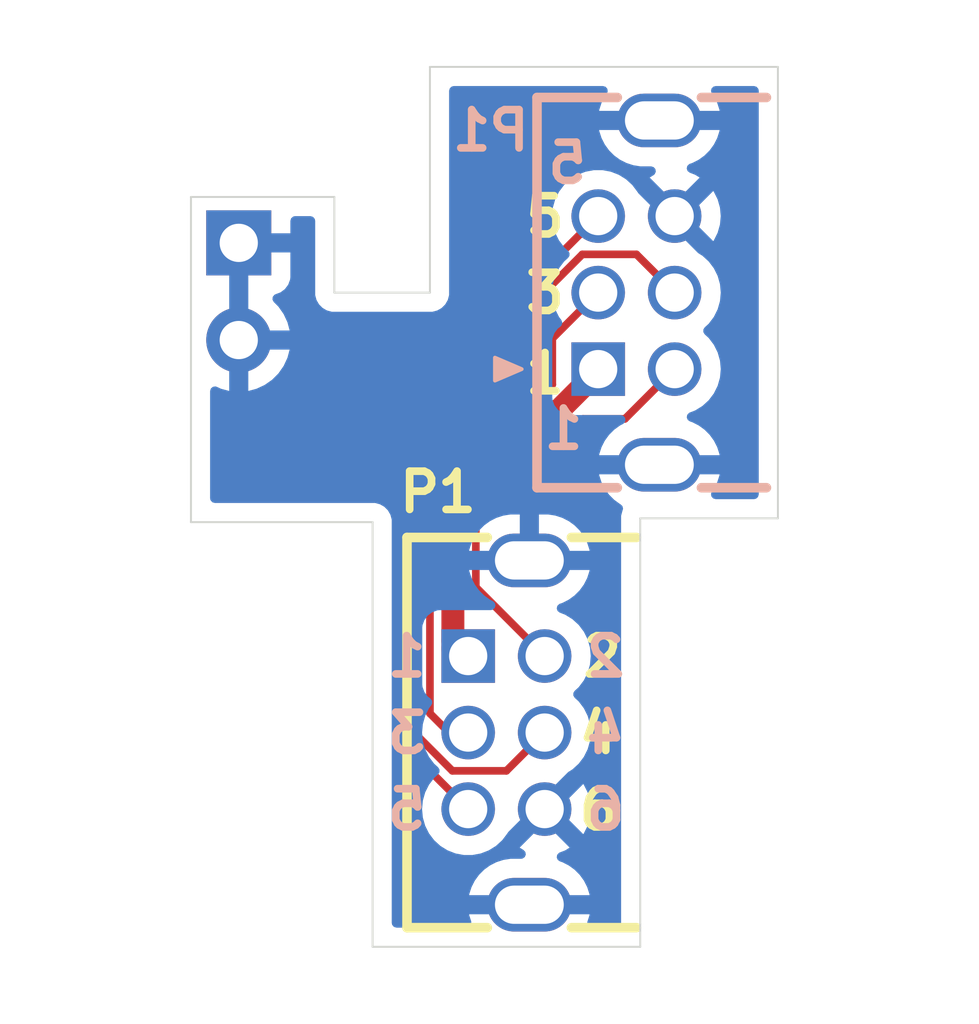
<source format=kicad_pcb>
(kicad_pcb (version 20240108) (generator "pcbnew") (generator_version "8.0")
  (layers (0 "F.Cu" signal) (31 "B.Cu" signal) (34 "B.Paste" user) (35 "F.Paste" user) (36 "B.SilkS" user "B.Silkscreen") (37 "F.SilkS" user "F.Silkscreen") (38 "B.Mask" user) (39 "F.Mask" user) (44 "Edge.Cuts" user))
  (net 0 "")
  (net 1 "Net-(P1A-SD)")
  (net 2 "Net-(P1A-IN)")
  (net 3 "Net-(P1A-+5V)")
  (net 4 "Net-(P1A-CLK)")
  (net 5 "Net-(P1A-OUT)")
  (net 6 "Net-(J1-Pin_1)")
  (footprint "Connector_PinHeader_2.54mm:PinHeader_1x02_P2.54mm_Vertical" (layer "F.Cu") (at 121 49.7)
    (property "Reference" "J1" (hide yes))
    (property "Value" "Conn_01x02_Pin")
    (pad "1" thru_hole rect (at 0 0) (size 1.7 1.7) (drill 1) (layers "*.Cu" "*.Mask") (net 6 "Net-(J1-Pin_1)"))
    (pad "2" thru_hole oval (at 0 2.54) (size 1.7 1.7) (drill 1) (layers "*.Cu" "*.Mask") (net 6 "Net-(J1-Pin_1)"))
  )
  (footprint "Gekkio_Connector:GameBoy_LinkPort_MGB_Horizontal" (layer "F.Cu") (at 127 60.5)
    (property "Reference" "P2" (hide yes))
    (property "Value" "LINKPORTCGB-LINK")
    (fp_line (start -1.6 -3.1) (end -1.6 7.1) (stroke (width 0.25)) (layer "F.SilkS"))
    (fp_line (start -1.6 7.1) (end 0.5 7.1) (stroke (width 0.25)) (layer "F.SilkS"))
    (fp_line (start 0.5 -3.1) (end -1.6 -3.1) (stroke (width 0.25)) (layer "F.SilkS"))
    (fp_line (start 2.7 7.1) (end 4.4 7.1) (stroke (width 0.25)) (layer "F.SilkS"))
    (fp_line (start 4.4 -3.1) (end 2.7 -3.1) (stroke (width 0.25)) (layer "F.SilkS"))
    (pad "1" thru_hole rect (at 0 0) (size 1.4 1.4) (drill 1) (layers "*.Cu" "*.Mask") (net 3 "Net-(P1A-+5V)"))
    (pad "2" thru_hole circle (at 2 0) (size 1.4 1.4) (drill 1) (layers "*.Cu" "*.Mask") (net 5 "Net-(P1A-OUT)"))
    (pad "3" thru_hole circle (at 0 2) (size 1.4 1.4) (drill 1) (layers "*.Cu" "*.Mask") (net 2 "Net-(P1A-IN)"))
    (pad "4" thru_hole circle (at 2 2) (size 1.4 1.4) (drill 1) (layers "*.Cu" "*.Mask") (net 1 "Net-(P1A-SD)"))
    (pad "5" thru_hole circle (at 0 4) (size 1.4 1.4) (drill 1) (layers "*.Cu" "*.Mask") (net 4 "Net-(P1A-CLK)"))
    (pad "6" thru_hole circle (at 2 4) (size 1.4 1.4) (drill 1) (layers "*.Cu" "*.Mask") (net 6 "Net-(J1-Pin_1)"))
    (pad "SH" thru_hole oval (at 1.6 -2.5 90) (size 1.4 2.2) (drill oval 1 1.8) (layers "*.Cu" "*.Mask") (net 6 "Net-(J1-Pin_1)"))
    (pad "SH" thru_hole oval (at 1.6 6.5 90) (size 1.4 2.2) (drill oval 1 1.8) (layers "*.Cu" "*.Mask") (net 6 "Net-(J1-Pin_1)"))
  )
  (footprint "Gekkio_Connector:GameBoy_LinkPort_MGB_Horizontal" (layer "B.Cu") (at 130.4 53)
    (property "Reference" "P1" (hide yes))
    (property "Value" "LINKPORTCGB-LINK")
    (fp_line (start -1.6 -7.1) (end -1.6 3.1) (stroke (width 0.25)) (layer "B.SilkS"))
    (fp_line (start -1.6 3.1) (end 0.5 3.1) (stroke (width 0.25)) (layer "B.SilkS"))
    (fp_line (start 0.5 -7.1) (end -1.6 -7.1) (stroke (width 0.25)) (layer "B.SilkS"))
    (fp_line (start 2.7 3.1) (end 4.4 3.1) (stroke (width 0.25)) (layer "B.SilkS"))
    (fp_line (start 4.4 -7.1) (end 2.7 -7.1) (stroke (width 0.25)) (layer "B.SilkS"))
    (pad "1" thru_hole rect (at 0 0) (size 1.4 1.4) (drill 1) (layers "*.Cu" "*.Mask") (net 3 "Net-(P1A-+5V)"))
    (pad "2" thru_hole circle (at 2 0) (size 1.4 1.4) (drill 1) (layers "*.Cu" "*.Mask") (net 5 "Net-(P1A-OUT)"))
    (pad "3" thru_hole circle (at 0 -2) (size 1.4 1.4) (drill 1) (layers "*.Cu" "*.Mask") (net 2 "Net-(P1A-IN)"))
    (pad "4" thru_hole circle (at 2 -2) (size 1.4 1.4) (drill 1) (layers "*.Cu" "*.Mask") (net 1 "Net-(P1A-SD)"))
    (pad "5" thru_hole circle (at 0 -4) (size 1.4 1.4) (drill 1) (layers "*.Cu" "*.Mask") (net 4 "Net-(P1A-CLK)"))
    (pad "6" thru_hole circle (at 2 -4) (size 1.4 1.4) (drill 1) (layers "*.Cu" "*.Mask") (net 6 "Net-(J1-Pin_1)"))
    (pad "SH" thru_hole oval (at 1.6 -6.5 270) (size 1.4 2.2) (drill oval 1 1.8) (layers "*.Cu" "*.Mask") (net 6 "Net-(J1-Pin_1)"))
    (pad "SH" thru_hole oval (at 1.6 2.5 270) (size 1.4 2.2) (drill oval 1 1.8) (layers "*.Cu" "*.Mask") (net 6 "Net-(J1-Pin_1)"))
  )
  (gr_poly (pts (xy 127.7 53.3) (xy 128.4 53) (xy 127.7 52.7)) (stroke (width 0.1)) (fill solid) (layer "B.SilkS"))
  (gr_line (start 123.5 51) (end 123.5 48.5) (stroke (width 0.05)) (layer "Edge.Cuts"))
  (gr_line (start 126 51) (end 123.5 51) (stroke (width 0.05)) (layer "Edge.Cuts"))
  (gr_line (start 124.5 57) (end 124.5 68.1) (stroke (width 0.05)) (layer "Edge.Cuts"))
  (gr_line (start 119.75 57) (end 119.75 48.5) (stroke (width 0.05)) (layer "Edge.Cuts"))
  (gr_line (start 126 51) (end 126 45.1) (stroke (width 0.05)) (layer "Edge.Cuts"))
  (gr_line (start 131.5 56.9) (end 135.1 56.9) (stroke (width 0.05)) (layer "Edge.Cuts"))
  (gr_line (start 124.5 68.1) (end 131.5 68.1) (stroke (width 0.05)) (layer "Edge.Cuts"))
  (gr_line (start 124.5 57) (end 119.75 57) (stroke (width 0.05)) (layer "Edge.Cuts"))
  (gr_line (start 135.1 56.9) (end 135.1 45.1) (stroke (width 0.05)) (layer "Edge.Cuts"))
  (gr_line (start 119.75 48.5) (end 123.5 48.5) (stroke (width 0.05)) (layer "Edge.Cuts"))
  (gr_line (start 135.1 45.1) (end 126 45.1) (stroke (width 0.05)) (layer "Edge.Cuts"))
  (gr_line (start 131.5 68.1) (end 131.5 67.5) (stroke (width 0.05)) (layer "Edge.Cuts"))
  (gr_line (start 131.5 67.5) (end 131.5 56.9) (stroke (width 0.05)) (layer "Edge.Cuts"))
  (gr_text "5" (at 130.2 48.2 0) (layer "B.SilkS") (effects (font (size 1 1) (thickness 0.2) (bold yes)) (justify left bottom mirror)))
  (gr_text "2" (at 131.2 61.1 0) (layer "B.SilkS") (effects (font (size 1 1) (thickness 0.2) (bold yes)) (justify left bottom mirror)))
  (gr_text "1" (at 130.1 55.15 0) (layer "B.SilkS") (effects (font (size 1 1) (thickness 0.2) (bold yes)) (justify left bottom mirror)))
  (gr_text "5" (at 126 65.1 0) (layer "B.SilkS") (effects (font (size 1 1) (thickness 0.2) (bold yes)) (justify left bottom mirror)))
  (gr_text "P1" (at 128.7 47.35 0) (layer "B.SilkS") (effects (font (size 1 1) (thickness 0.2) (bold yes)) (justify left bottom mirror)))
  (gr_text "6" (at 131.2 65.1 0) (layer "B.SilkS") (effects (font (size 1 1) (thickness 0.2) (bold yes)) (justify left bottom mirror)))
  (gr_text "4" (at 131.2 63.1 0) (layer "B.SilkS") (effects (font (size 1 1) (thickness 0.2) (bold yes)) (justify left bottom mirror)))
  (gr_text "1" (at 126 61.1 0) (layer "B.SilkS") (effects (font (size 1 1) (thickness 0.2) (bold yes)) (justify left bottom mirror)))
  (gr_text "3" (at 126 63.1 0) (layer "B.SilkS") (effects (font (size 1 1) (thickness 0.2) (bold yes)) (justify left bottom mirror)))
  (gr_text "1" (at 128.4 53.7 0) (layer "F.SilkS") (effects (font (size 1 1) (thickness 0.2) (bold yes)) (justify left bottom)))
  (gr_text "5" (at 128.4 49.6 0) (layer "F.SilkS") (effects (font (size 1 1) (thickness 0.2) (bold yes)) (justify left bottom)))
  (gr_text "P1" (at 125.1 56.8 0) (layer "F.SilkS") (effects (font (size 1 1) (thickness 0.2)) (justify left bottom)))
  (gr_text "4" (at 129.8 63.1 0) (layer "F.SilkS") (effects (font (size 1 1) (thickness 0.2) (bold yes)) (justify left bottom)))
  (gr_text "3" (at 128.4 51.6 0) (layer "F.SilkS") (effects (font (size 1 1) (thickness 0.2) (bold yes)) (justify left bottom)))
  (gr_text "6" (at 129.8 65.1 0) (layer "F.SilkS") (effects (font (size 1 1) (thickness 0.2) (bold yes)) (justify left bottom)))
  (gr_text "2" (at 129.9 61.1 0) (layer "F.SilkS") (effects (font (size 1 1) (thickness 0.2) (bold yes)) (justify left bottom)))
  (segment (start 129 62.5) (end 128 63.5) (width 0.2) (layer "F.Cu") (net 1))
  (segment (start 128 63.5) (end 126.585786 63.5) (width 0.2) (layer "F.Cu") (net 1))
  (segment (start 128.8 53.237258) (end 128.8 51.185786) (width 0.2) (layer "F.Cu") (net 1))
  (segment (start 126.585786 63.5) (end 125.6 62.514214) (width 0.2) (layer "F.Cu") (net 1))
  (segment (start 128.8 51.185786) (end 129.985786 50) (width 0.2) (layer "F.Cu") (net 1))
  (segment (start 125.6 56.437258) (end 128.8 53.237258) (width 0.2) (layer "F.Cu") (net 1))
  (segment (start 125.6 62.514214) (end 125.6 56.437258) (width 0.2) (layer "F.Cu") (net 1))
  (segment (start 129.985786 50) (end 131.4 50) (width 0.2) (layer "F.Cu") (net 1))
  (segment (start 131.4 50) (end 132.4 51) (width 0.2) (layer "F.Cu") (net 1))
  (segment (start 126.5 62.5) (end 126 62) (width 0.2) (layer "F.Cu") (net 2))
  (segment (start 129.2 52.2) (end 130.4 51) (width 0.2) (layer "F.Cu") (net 2))
  (segment (start 129.2 53.402943) (end 129.2 52.2) (width 0.2) (layer "F.Cu") (net 2))
  (segment (start 126 56.602944) (end 129.2 53.402943) (width 0.2) (layer "F.Cu") (net 2))
  (segment (start 127 62.5) (end 126.5 62.5) (width 0.2) (layer "F.Cu") (net 2))
  (segment (start 126 62) (end 126 56.602944) (width 0.2) (layer "F.Cu") (net 2))
  (segment (start 126.8 60.3) (end 127 60.5) (width 1) (layer "F.Cu") (net 3))
  (segment (start 130.451472 53) (end 130.5 53) (width 0.6) (layer "F.Cu") (net 3))
  (segment (start 126.6 56.851472) (end 130.451472 53) (width 0.6) (layer "F.Cu") (net 3))
  (segment (start 127 60.5) (end 126.6 60.1) (width 0.6) (layer "F.Cu") (net 3))
  (segment (start 126.6 60.1) (end 126.6 56.851472) (width 0.6) (layer "F.Cu") (net 3))
  (segment (start 125.2 56.271572) (end 128.4 53.071572) (width 0.2) (layer "F.Cu") (net 4))
  (segment (start 127 64.5) (end 125.2 62.7) (width 0.2) (layer "F.Cu") (net 4))
  (segment (start 128.4 51) (end 130.4 49) (width 0.2) (layer "F.Cu") (net 4))
  (segment (start 128.4 53.071572) (end 128.4 51) (width 0.2) (layer "F.Cu") (net 4))
  (segment (start 125.2 62.7) (end 125.2 56.271572) (width 0.2) (layer "F.Cu") (net 4))
  (segment (start 127.2 58.7) (end 127.2 57.1) (width 0.2) (layer "F.Cu") (net 5))
  (segment (start 131.1 54.3) (end 132.4 53) (width 0.2) (layer "F.Cu") (net 5))
  (segment (start 130 54.3) (end 131.1 54.3) (width 0.2) (layer "F.Cu") (net 5))
  (segment (start 129 60.5) (end 127.2 58.7) (width 0.2) (layer "F.Cu") (net 5))
  (segment (start 127.2 57.1) (end 130 54.3) (width 0.2) (layer "F.Cu") (net 5))
  (zone (net 0) (net_name "") (layers "F&B.Cu") (connect_pads (clearance 0)) (min_thickness 0.25)
    (keepout (tracks allowed) (vias allowed) (pads allowed) (copperpour not_allowed) (footprints allowed))
    (fill (thermal_gap 0.5) (thermal_bridge_width 0.5))
    (polygon (pts (xy 128.5 64.5) (xy 129 64) (xy 128.5 63.5) (xy 128 64)))
  )
  (zone (net 6) (net_name "Net-(J1-Pin_1)") (layer "B.Cu") (connect_pads (clearance 0.5)) (min_thickness 0.25) (fill yes (thermal_gap 0.5) (thermal_bridge_width 0.5))
    (polygon (pts (xy 119.1 45) (xy 136.5 45) (xy 136.5 56.9) (xy 131.5 56.9) (xy 131.5 68) (xy 119.1 68)))
  )
  (zone (net 0) (net_name "") (layers "B.Cu" "Edge.Cuts") (connect_pads (clearance 0)) (min_thickness 0.25)
    (keepout (tracks allowed) (vias allowed) (pads allowed) (copperpour not_allowed) (footprints allowed))
    (fill (thermal_gap 0.5) (thermal_bridge_width 0.5))
    (polygon (pts (xy 132.35 49.65) (xy 131.85 49.2) (xy 131.15 49.95) (xy 131.6 50.35) (xy 132.3 49.65)))
  )
)
</source>
